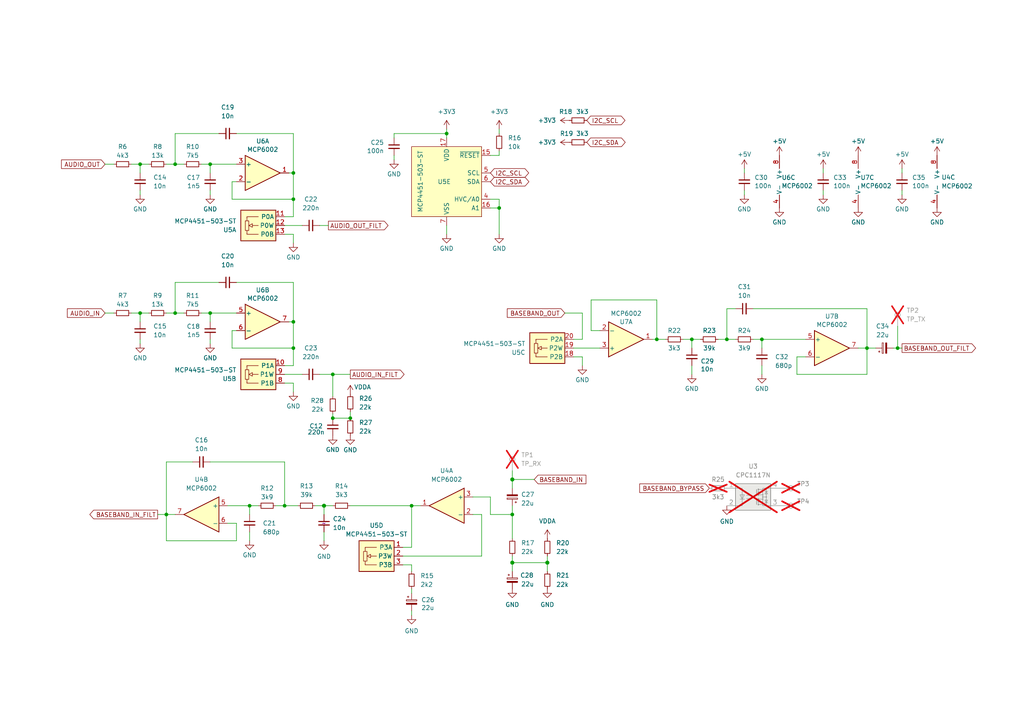
<source format=kicad_sch>
(kicad_sch (version 20231120) (generator "eeschema") (generator_version "8.0")
  (paper "A4")
  (title_block (title "Micro17 - OpenRTX on a Module for ICOM radios") (date "06.03.2024") (rev "A") (company "Wojciech SP5WWP, Mano ON6RF, Mutlu TA1MD et al.") (comment 1 "M17 Project, OpenRTX") (comment 2 "Mano ON6RF") (comment 3 "Mutlu TA1MD"))
  (lib_symbols
    (symbol "Amplifier_Operational:MCP6002-xMC" (pin_names (offset 0.127))
      (property "Reference" "U" (at 0 5.08 0))
      (property "Value" "MCP6002-xMC" (at 0 -5.08 0))
      (symbol "MCP6002-xMC_1_1"
        (pin output line (at 7.62 0 180) (length 2.54) (name "~") (number "1"))
        (pin input line (at -7.62 -2.54 0) (length 2.54) (name "-") (number "2"))
        (pin input line (at -7.62 2.54 0) (length 2.54) (name "+") (number "3"))
      )
      (symbol "MCP6002-xMC_2_1"
        (pin input line (at -7.62 2.54 0) (length 2.54) (name "+") (number "5"))
        (pin input line (at -7.62 -2.54 0) (length 2.54) (name "-") (number "6"))
        (pin output line (at 7.62 0 180) (length 2.54) (name "~") (number "7"))
      )
      (symbol "MCP6002-xMC_3_1"
        (pin power_in line (at -2.54 -7.62 90) (length 3.81) (name "V-") (number "4"))
        (pin power_in line (at -2.54 7.62 270) (length 3.81) (name "V+") (number "8"))
        (pin passive line (at -2.54 -7.62 90) (length 3.81) hide (name "V-") (number "9"))
      )
    )
    (symbol "Connector:TestPoint" (pin_numbers hide) (pin_names (offset 0.762) hide)
      (property "Reference" "TP" (at 0 6.858 0))
      (property "Value" "TestPoint" (at 0 5.08 0))
      (symbol "TestPoint_1_1"
        (pin passive line (at 0 0 90) (length 2.54) (name "1") (number "1"))
      )
    )
    (symbol "Device:C_Polarized_Small" (pin_numbers hide) (pin_names (offset 0.254) hide)
      (property "Reference" "C" (at 0.254 1.778 0))
      (property "Value" "C_Polarized_Small" (at 0.254 -2.032 0))
      (symbol "C_Polarized_Small_1_1"
        (pin passive line (at 0 2.54 270) (length 1.8542) (name "~") (number "1"))
        (pin passive line (at 0 -2.54 90) (length 1.8542) (name "~") (number "2"))
      )
    )
    (symbol "Device:C_Small" (pin_numbers hide) (pin_names (offset 0.254) hide)
      (property "Reference" "C" (at 0.254 1.778 0))
      (property "Value" "C_Small" (at 0.254 -2.032 0))
      (symbol "C_Small_1_1"
        (pin passive line (at 0 2.54 270) (length 2.032) (name "~") (number "1"))
        (pin passive line (at 0 -2.54 90) (length 2.032) (name "~") (number "2"))
      )
    )
    (symbol "Device:R_Small" (pin_numbers hide) (pin_names (offset 0.254) hide)
      (property "Reference" "R" (at 0.762 0.508 0))
      (property "Value" "R_Small" (at 0.762 -1.016 0))
      (symbol "R_Small_1_1"
        (pin passive line (at 0 2.54 270) (length 0.762) (name "~") (number "1"))
        (pin passive line (at 0 -2.54 90) (length 0.762) (name "~") (number "2"))
      )
    )
    (symbol "Potentiometer_Digital:MCP4451-xxxx-ST"
      (property "Reference" "U" (at -8.89 11.43 0))
      (property "Value" "MCP4451-xxxx-ST" (at 10.16 -11.43 0))
      (symbol "MCP4451-xxxx-ST_1_1"
        (pin passive line (at -7.62 -2.54 0) (length 2.54) (name "P0A") (number "11"))
        (pin passive line (at -7.62 0 0) (length 2.54) (name "P0W") (number "12"))
        (pin passive line (at -7.62 2.54 0) (length 2.54) (name "P0B") (number "13"))
      )
      (symbol "MCP4451-xxxx-ST_2_1"
        (pin passive line (at -7.62 -2.54 0) (length 2.54) (name "P1A") (number "10"))
        (pin passive line (at -7.62 2.54 0) (length 2.54) (name "P1B") (number "8"))
        (pin passive line (at -7.62 0 0) (length 2.54) (name "P1W") (number "9"))
      )
      (symbol "MCP4451-xxxx-ST_3_1"
        (pin passive line (at -7.62 2.54 0) (length 2.54) (name "P2B") (number "18"))
        (pin passive line (at -7.62 0 0) (length 2.54) (name "P2W") (number "19"))
        (pin passive line (at -7.62 -2.54 0) (length 2.54) (name "P2A") (number "20"))
      )
      (symbol "MCP4451-xxxx-ST_4_1"
        (pin passive line (at -7.62 -2.54 0) (length 2.54) (name "P3A") (number "1"))
        (pin passive line (at -7.62 0 0) (length 2.54) (name "P3W") (number "2"))
        (pin passive line (at -7.62 2.54 0) (length 2.54) (name "P3B") (number "3"))
      )
      (symbol "MCP4451-xxxx-ST_5_1"
        (pin no_connect line (at -10.16 -2.54 0) (length 2.54) hide (name "NC") (number "14"))
        (pin input line (at -12.7 7.62 0) (length 2.54) (name "~{RESET}") (number "15"))
        (pin input line (at -12.7 -7.62 0) (length 2.54) (name "A1") (number "16"))
        (pin power_in line (at 0 12.7 270) (length 2.54) (name "VDD") (number "17"))
        (pin input line (at -12.7 -5.08 0) (length 2.54) (name "HVC/A0") (number "4"))
        (pin input line (at -12.7 2.54 0) (length 2.54) (name "SCL") (number "5"))
        (pin bidirectional line (at -12.7 0 0) (length 2.54) (name "SDA") (number "6"))
        (pin power_in line (at 0 -12.7 90) (length 2.54) (name "VSS") (number "7"))
      )
    )
    (symbol "Relay_SolidState:CPC1117N"
      (property "Reference" "U" (at -5.08 5.08 0))
      (property "Value" "CPC1117N" (at 0 5.08 0))
      (symbol "CPC1117N_1_1"
        (pin passive line (at -7.62 2.54 0) (length 2.54) (name "~") (number "1"))
        (pin passive line (at -7.62 -2.54 0) (length 2.54) (name "~") (number "2"))
        (pin passive line (at 7.62 -2.54 180) (length 2.54) (name "~") (number "3"))
        (pin passive line (at 7.62 2.54 180) (length 2.54) (name "~") (number "4"))
      )
    )
    (symbol "power:+3V3" (power) (pin_names (offset 0))
      (property "Value" "+3V3" (at 0 3.556 0))
      (symbol "+3V3_1_1"
        (pin power_in line (at 0 0 90) (length 0) hide (name "+3V3") (number "1"))
      )
    )
    (symbol "power:+5V" (power) (pin_names (offset 0))
      (property "Value" "+5V" (at 0 3.556 0))
      (symbol "+5V_1_1"
        (pin power_in line (at 0 0 90) (length 0) hide (name "+5V") (number "1"))
      )
    )
    (symbol "power:GND" (power) (pin_names (offset 0))
      (property "Value" "GND" (at 0 -3.81 0))
      (symbol "GND_1_1"
        (pin power_in line (at 0 0 270) (length 0) hide (name "GND") (number "1"))
      )
    )
    (symbol "power:VDDA" (power) (pin_numbers hide) (pin_names (offset 0) hide)
      (property "Value" "VDDA" (at 0 3.556 0))
      (symbol "VDDA_1_1"
        (pin power_in line (at 0 0 90) (length 0) (name "~") (number "1"))
      )
    )
  )
  (junction (at 101.6 121.285))
  (junction (at 220.98 98.425))
  (junction (at 50.8 47.625))
  (junction (at 40.64 47.625))
  (junction (at 60.96 47.625))
  (junction (at 200.66 98.425))
  (junction (at 85.09 100.965))
  (junction (at 260.35 100.965))
  (junction (at 158.75 163.195) (diameter 1.016))
  (junction (at 85.09 57.785))
  (junction (at 96.52 108.585))
  (junction (at 60.96 90.805))
  (junction (at 251.46 100.965))
  (junction (at 129.54 38.735))
  (junction (at 85.09 93.345))
  (junction (at 144.78 60.325))
  (junction (at 96.52 121.285))
  (junction (at 210.82 98.425))
  (junction (at 148.59 163.195) (diameter 1.016))
  (junction (at 48.26 149.225))
  (junction (at 190.5 98.425))
  (junction (at 82.55 146.685))
  (junction (at 119.38 146.685))
  (junction (at 148.59 139.065) (diameter 1.016))
  (junction (at 93.98 146.685) (diameter 1.016))
  (junction (at 50.8 90.805))
  (junction (at 40.64 90.805))
  (junction (at 148.59 149.225))
  (junction (at 85.09 50.165))
  (junction (at 72.39 146.685))
  (wire (pts (xy 82.55 67.945) (xy 85.09 67.945)))
  (wire (pts (xy 68.58 38.735) (xy 85.09 38.735)))
  (wire (pts (xy 67.31 52.705) (xy 67.31 57.785)))
  (wire (pts (xy 93.98 146.685) (xy 96.52 146.685)))
  (wire (pts (xy 210.82 98.425) (xy 210.82 89.535)))
  (wire (pts (xy 85.09 111.125) (xy 85.09 113.665)))
  (wire (pts (xy 158.75 161.29) (xy 158.75 163.195)))
  (wire (pts (xy 30.48 90.805) (xy 33.02 90.805)))
  (wire (pts (xy 215.9 55.245) (xy 215.9 56.515)))
  (wire (pts (xy 144.78 43.815) (xy 144.78 45.085)))
  (wire (pts (xy 60.96 90.805) (xy 68.58 90.805)))
  (wire (pts (xy 48.26 156.845) (xy 48.26 149.225)))
  (wire (pts (xy 40.64 47.625) (xy 40.64 50.165)))
  (wire (pts (xy 139.7 161.29) (xy 116.84 161.29)))
  (wire (pts (xy 198.12 98.425) (xy 200.66 98.425)))
  (wire (pts (xy 142.24 149.225) (xy 148.59 149.225)))
  (wire (pts (xy 82.55 111.125) (xy 85.09 111.125)))
  (wire (pts (xy 200.66 106.045) (xy 200.66 108.585)))
  (wire (pts (xy 166.37 98.425) (xy 168.91 98.425)))
  (wire (pts (xy 92.71 65.405) (xy 95.25 65.405)))
  (wire (pts (xy 85.09 100.965) (xy 85.09 106.045)))
  (wire (pts (xy 82.55 133.985) (xy 82.55 146.685)))
  (wire (pts (xy 92.71 108.585) (xy 96.52 108.585)))
  (wire (pts (xy 231.14 103.505) (xy 231.14 108.585)))
  (wire (pts (xy 48.26 149.225) (xy 50.8 149.225)))
  (wire (pts (xy 60.96 47.625) (xy 60.96 50.165)))
  (wire (pts (xy 171.45 95.885) (xy 173.99 95.885)))
  (wire (pts (xy 82.55 106.045) (xy 85.09 106.045)))
  (wire (pts (xy 168.91 98.425) (xy 168.91 90.805)))
  (wire (pts (xy 119.38 170.815) (xy 119.38 172.085)))
  (wire (pts (xy 91.44 146.685) (xy 93.98 146.685)))
  (wire (pts (xy 218.44 98.425) (xy 220.98 98.425)))
  (wire (pts (xy 82.55 146.685) (xy 86.36 146.685)))
  (wire (pts (xy 85.09 38.735) (xy 85.09 50.165)))
  (wire (pts (xy 40.64 90.805) (xy 40.64 93.345)))
  (wire (pts (xy 66.04 151.765) (xy 68.58 151.765)))
  (wire (pts (xy 215.9 48.895) (xy 215.9 50.165)))
  (wire (pts (xy 60.96 47.625) (xy 68.58 47.625)))
  (wire (pts (xy 259.08 100.965) (xy 260.35 100.965)))
  (wire (pts (xy 96.52 121.285) (xy 101.6 121.285)))
  (wire (pts (xy 148.59 136.525) (xy 148.59 139.065)))
  (wire (pts (xy 238.76 55.245) (xy 238.76 56.515)))
  (wire (pts (xy 48.26 90.805) (xy 50.8 90.805)))
  (wire (pts (xy 171.45 86.995) (xy 171.45 95.885)))
  (wire (pts (xy 72.39 146.685) (xy 72.39 149.225)))
  (wire (pts (xy 93.98 154.305) (xy 93.98 156.845)))
  (wire (pts (xy 80.01 146.685) (xy 82.55 146.685)))
  (wire (pts (xy 139.7 149.225) (xy 137.16 149.225)))
  (wire (pts (xy 40.64 55.245) (xy 40.64 56.515)))
  (wire (pts (xy 82.55 108.585) (xy 87.63 108.585)))
  (wire (pts (xy 50.8 38.735) (xy 63.5 38.735)))
  (wire (pts (xy 190.5 98.425) (xy 190.5 86.995)))
  (wire (pts (xy 144.78 60.325) (xy 144.78 67.945)))
  (wire (pts (xy 67.31 57.785) (xy 85.09 57.785)))
  (wire (pts (xy 48.26 47.625) (xy 50.8 47.625)))
  (wire (pts (xy 85.09 57.785) (xy 85.09 62.865)))
  (wire (pts (xy 261.62 48.895) (xy 261.62 50.165)))
  (wire (pts (xy 48.26 133.985) (xy 55.88 133.985)))
  (wire (pts (xy 190.5 86.995) (xy 171.45 86.995)))
  (wire (pts (xy 85.09 100.965) (xy 85.09 93.345)))
  (wire (pts (xy 85.09 67.945) (xy 85.09 70.485)))
  (wire (pts (xy 68.58 81.915) (xy 85.09 81.915)))
  (wire (pts (xy 45.72 149.225) (xy 48.26 149.225)))
  (wire (pts (xy 129.54 38.735) (xy 129.54 40.005)))
  (wire (pts (xy 220.98 106.045) (xy 220.98 108.585)))
  (wire (pts (xy 190.5 98.425) (xy 189.23 98.425)))
  (wire (pts (xy 142.24 45.085) (xy 144.78 45.085)))
  (wire (pts (xy 142.24 144.145) (xy 142.24 149.225)))
  (wire (pts (xy 137.16 144.145) (xy 142.24 144.145)))
  (wire (pts (xy 60.96 133.985) (xy 82.55 133.985)))
  (wire (pts (xy 148.59 141.605) (xy 148.59 139.065)))
  (wire (pts (xy 50.8 90.805) (xy 53.34 90.805)))
  (wire (pts (xy 168.91 103.505) (xy 168.91 106.045)))
  (wire (pts (xy 67.31 100.965) (xy 85.09 100.965)))
  (wire (pts (xy 93.98 146.685) (xy 93.98 149.225)))
  (wire (pts (xy 85.09 93.345) (xy 83.82 93.345)))
  (wire (pts (xy 66.04 146.685) (xy 72.39 146.685)))
  (wire (pts (xy 58.42 90.805) (xy 60.96 90.805)))
  (wire (pts (xy 166.37 100.965) (xy 173.99 100.965)))
  (wire (pts (xy 148.59 149.225) (xy 148.59 146.685)))
  (wire (pts (xy 40.64 98.425) (xy 40.64 99.695)))
  (wire (pts (xy 200.66 98.425) (xy 200.66 100.965)))
  (wire (pts (xy 220.98 98.425) (xy 233.68 98.425)))
  (wire (pts (xy 142.24 57.785) (xy 144.78 57.785)))
  (wire (pts (xy 60.96 90.805) (xy 60.96 93.345)))
  (wire (pts (xy 114.3 38.735) (xy 114.3 40.005)))
  (wire (pts (xy 231.14 108.585) (xy 251.46 108.585)))
  (wire (pts (xy 251.46 100.965) (xy 248.92 100.965)))
  (wire (pts (xy 68.58 52.705) (xy 67.31 52.705)))
  (wire (pts (xy 119.38 163.83) (xy 119.38 165.735)))
  (wire (pts (xy 50.8 81.915) (xy 63.5 81.915)))
  (wire (pts (xy 251.46 108.585) (xy 251.46 100.965)))
  (wire (pts (xy 260.35 94.615) (xy 260.35 100.965)))
  (wire (pts (xy 116.84 163.83) (xy 119.38 163.83)))
  (wire (pts (xy 96.52 108.585) (xy 96.52 114.935)))
  (wire (pts (xy 67.31 95.885) (xy 67.31 100.965)))
  (wire (pts (xy 114.3 38.735) (xy 129.54 38.735)))
  (wire (pts (xy 82.55 65.405) (xy 87.63 65.405)))
  (wire (pts (xy 96.52 120.015) (xy 96.52 121.285)))
  (wire (pts (xy 119.38 177.165) (xy 119.38 178.435)))
  (wire (pts (xy 251.46 100.965) (xy 254 100.965)))
  (wire (pts (xy 30.48 47.625) (xy 33.02 47.625)))
  (wire (pts (xy 60.96 55.245) (xy 60.96 56.515)))
  (wire (pts (xy 260.35 100.965) (xy 261.62 100.965)))
  (wire (pts (xy 82.55 62.865) (xy 85.09 62.865)))
  (wire (pts (xy 48.26 149.225) (xy 48.26 133.985)))
  (wire (pts (xy 40.64 47.625) (xy 43.18 47.625)))
  (wire (pts (xy 114.3 45.085) (xy 114.3 46.355)))
  (wire (pts (xy 139.7 149.225) (xy 139.7 161.29)))
  (wire (pts (xy 158.75 163.195) (xy 158.75 165.735)))
  (wire (pts (xy 142.24 60.325) (xy 144.78 60.325)))
  (wire (pts (xy 40.64 90.805) (xy 43.18 90.805)))
  (wire (pts (xy 50.8 47.625) (xy 53.34 47.625)))
  (wire (pts (xy 72.39 154.305) (xy 72.39 156.845)))
  (wire (pts (xy 208.28 98.425) (xy 210.82 98.425)))
  (wire (pts (xy 96.52 108.585) (xy 101.6 108.585)))
  (wire (pts (xy 148.59 149.225) (xy 148.59 156.21)))
  (wire (pts (xy 38.1 90.805) (xy 40.64 90.805)))
  (wire (pts (xy 144.78 37.465) (xy 144.78 38.735)))
  (wire (pts (xy 129.54 65.405) (xy 129.54 67.945)))
  (wire (pts (xy 144.78 57.785) (xy 144.78 60.325)))
  (wire (pts (xy 148.59 139.065) (xy 154.94 139.065)))
  (wire (pts (xy 68.58 151.765) (xy 68.58 156.845)))
  (wire (pts (xy 148.59 163.195) (xy 158.75 163.195)))
  (wire (pts (xy 72.39 146.685) (xy 74.93 146.685)))
  (wire (pts (xy 190.5 98.425) (xy 193.04 98.425)))
  (wire (pts (xy 238.76 48.895) (xy 238.76 50.165)))
  (wire (pts (xy 218.44 89.535) (xy 251.46 89.535)))
  (wire (pts (xy 58.42 47.625) (xy 60.96 47.625)))
  (wire (pts (xy 210.82 89.535) (xy 213.36 89.535)))
  (wire (pts (xy 163.83 90.805) (xy 168.91 90.805)))
  (wire (pts (xy 116.84 158.75) (xy 119.38 158.75)))
  (wire (pts (xy 85.09 50.165) (xy 83.82 50.165)))
  (wire (pts (xy 200.66 98.425) (xy 203.2 98.425)))
  (wire (pts (xy 85.09 81.915) (xy 85.09 93.345)))
  (wire (pts (xy 129.54 37.465) (xy 129.54 38.735)))
  (wire (pts (xy 166.37 103.505) (xy 168.91 103.505)))
  (wire (pts (xy 148.59 161.29) (xy 148.59 163.195)))
  (wire (pts (xy 50.8 38.735) (xy 50.8 47.625)))
  (wire (pts (xy 101.6 119.38) (xy 101.6 121.285)))
  (wire (pts (xy 101.6 146.685) (xy 119.38 146.685)))
  (wire (pts (xy 60.96 98.425) (xy 60.96 99.695)))
  (wire (pts (xy 148.59 163.195) (xy 148.59 165.735)))
  (wire (pts (xy 210.82 98.425) (xy 213.36 98.425)))
  (wire (pts (xy 68.58 95.885) (xy 67.31 95.885)))
  (wire (pts (xy 85.09 57.785) (xy 85.09 50.165)))
  (wire (pts (xy 119.38 146.685) (xy 121.92 146.685)))
  (wire (pts (xy 119.38 146.685) (xy 119.38 158.75)))
  (wire (pts (xy 261.62 55.245) (xy 261.62 56.515)))
  (wire (pts (xy 220.98 98.425) (xy 220.98 100.965)))
  (wire (pts (xy 233.68 103.505) (xy 231.14 103.505)))
  (wire (pts (xy 38.1 47.625) (xy 40.64 47.625)))
  (wire (pts (xy 251.46 89.535) (xy 251.46 100.965)))
  (wire (pts (xy 50.8 81.915) (xy 50.8 90.805)))
  (wire (pts (xy 68.58 156.845) (xy 48.26 156.845)))
  (global_label "I2C_SCL" (shape bidirectional) (at 142.24 50.165 0) (property "Intersheetrefs" "${INTERSHEET_REFS}" (effects (hide yes))))
  (global_label "BASEBAND_BYPASS" (shape input) (at 205.74 141.605 180) (property "Intersheetrefs" "${INTERSHEET_REFS}" (effects (hide yes))))
  (global_label "I2C_SDA" (shape bidirectional) (at 170.18 41.275 0) (property "Intersheetrefs" "${INTERSHEET_REFS}" (effects (hide yes))))
  (global_label "BASEBAND_IN_FILT" (shape output) (at 45.72 149.225 180) (property "Intersheetrefs" "${INTERSHEET_REFS}" (effects (hide yes))))
  (global_label "BASEBAND_IN" (shape input) (at 154.94 139.065 0) (property "Intersheetrefs" "${INTERSHEET_REFS}" (effects (hide yes))))
  (global_label "AUDIO_IN" (shape input) (at 30.48 90.805 180) (property "Intersheetrefs" "${INTERSHEET_REFS}" (effects (hide yes))))
  (global_label "AUDIO_IN_FILT" (shape output) (at 101.6 108.585 0) (property "Intersheetrefs" "${INTERSHEET_REFS}" (effects (hide yes))))
  (global_label "I2C_SCL" (shape bidirectional) (at 170.18 34.925 0) (property "Intersheetrefs" "${INTERSHEET_REFS}" (effects (hide yes))))
  (global_label "BASEBAND_OUT_FILT" (shape output) (at 261.62 100.965 0) (property "Intersheetrefs" "${INTERSHEET_REFS}" (effects (hide yes))))
  (global_label "AUDIO_OUT_FILT" (shape output) (at 95.25 65.405 0) (property "Intersheetrefs" "${INTERSHEET_REFS}" (effects (hide yes))))
  (global_label "AUDIO_OUT" (shape input) (at 30.48 47.625 180) (property "Intersheetrefs" "${INTERSHEET_REFS}" (effects (hide yes))))
  (global_label "I2C_SDA" (shape bidirectional) (at 142.24 52.705 0) (property "Intersheetrefs" "${INTERSHEET_REFS}" (effects (hide yes))))
  (global_label "BASEBAND_OUT" (shape input) (at 163.83 90.805 180) (property "Intersheetrefs" "${INTERSHEET_REFS}" (effects (hide yes))))
  (symbol (lib_id "Amplifier_Operational:MCP6002-xMC") (at 76.2 93.345 0) (unit 2)
    (property "Reference" "U6" (at 76.2 84.1207 0))
    (property "Value" "MCP6002" (at 76.2 86.5449 0))
    (property "Footprint" "Package_DFN_QFN:DFN-8-1EP_3x2mm_P0.5mm_EP1.75x1.45mm" (effects (hide yes)))
    (property "Datasheet" "http://ww1.microchip.com/downloads/en/DeviceDoc/21733j.pdf" (effects (hide yes)))
    (property "MPN" "C623660" (effects (hide yes)))
    (property "LCSC" "C623660" (effects (hide yes)))
  )
  (symbol (lib_id "Amplifier_Operational:MCP6002-xMC") (at 181.61 98.425 0) (mirror x) (unit 1)
    (property "Reference" "U7" (at 181.61 93.345 0))
    (property "Value" "MCP6002" (at 181.61 90.9208 0))
    (property "Footprint" "Package_DFN_QFN:DFN-8-1EP_3x2mm_P0.5mm_EP1.75x1.45mm" (effects (hide yes)))
    (property "Datasheet" "http://ww1.microchip.com/downloads/en/DeviceDoc/21733j.pdf" (effects (hide yes)))
    (property "MPN" "C623660" (effects (hide yes)))
    (property "LCSC" "C623660" (effects (hide yes)))
  )
  (symbol (lib_id "Device:R_Small") (at 119.38 168.275 0) (unit 1)
    (property "Reference" "R15" (at 121.92 167.005 0) (effects (justify left)))
    (property "Value" "2k2" (at 121.92 169.545 0) (effects (justify left)))
    (property "Footprint" "Resistor_SMD:R_0402_1005Metric" (effects (hide yes)))
    (property "MPN" "C102890" (effects (hide yes)))
    (property "LCSC" "C102890" (effects (hide yes)))
  )
  (symbol (lib_id "Device:C_Small") (at 261.62 52.705 0) (unit 1)
    (property "Reference" "C35" (at 264.541 51.4929 0) (effects (justify left)))
    (property "Value" "100n" (at 264.541 53.9171 0) (effects (justify left)))
    (property "Footprint" "Capacitor_SMD:C_0402_1005Metric" (effects (hide yes)))
    (property "MPN" "C56392" (effects (hide yes)))
    (property "LCSC" "C56392" (effects (hide yes)))
  )
  (symbol (lib_id "power:GND") (at 238.76 56.515 0) (unit 1)
    (property "Reference" "#PWR055" (effects (hide yes)))
    (property "Value" "GND" (at 238.76 60.6481 0))
  )
  (symbol (lib_id "Device:C_Polarized_Small") (at 119.38 174.625 0) (unit 1)
    (property "Reference" "C26" (at 122.174 173.99 0) (effects (justify left)))
    (property "Value" "22u" (at 122.174 176.276 0) (effects (justify left)))
    (property "Footprint" "Capacitor_Tantalum_SMD:CP_EIA-3216-18_Kemet-A" (effects (hide yes)))
    (property "MPN" "C118989" (effects (hide yes)))
    (property "LCSC" "C118989" (effects (hide yes)))
  )
  (symbol (lib_id "Amplifier_Operational:MCP6002-xMC") (at 228.6 52.705 0) (unit 3)
    (property "Reference" "U6" (at 226.695 51.4929 0) (effects (justify left)))
    (property "Value" "MCP6002" (at 226.695 53.9171 0) (effects (justify left)))
    (property "Footprint" "Package_DFN_QFN:DFN-8-1EP_3x2mm_P0.5mm_EP1.75x1.45mm" (effects (hide yes)))
    (property "Datasheet" "http://ww1.microchip.com/downloads/en/DeviceDoc/21733j.pdf" (effects (hide yes)))
    (property "MPN" "C623660" (effects (hide yes)))
    (property "LCSC" "C623660" (effects (hide yes)))
  )
  (symbol (lib_id "power:+5V") (at 215.9 48.895 0) (unit 1)
    (property "Reference" "#PWR049" (effects (hide yes)))
    (property "Value" "+5V" (at 215.9 44.7619 0))
  )
  (symbol (lib_id "Device:C_Polarized_Small") (at 148.59 144.145 180) (unit 1)
    (property "Reference" "C27" (at 151.13 143.4211 0) (effects (justify right)))
    (property "Value" "22u" (at 151.13 145.9611 0) (effects (justify right)))
    (property "Footprint" "Capacitor_Tantalum_SMD:CP_EIA-3216-18_Kemet-A" (effects (hide yes)))
    (property "MPN" "C118989" (effects (hide yes)))
    (property "LCSC" "C118989" (effects (hide yes)))
  )
  (symbol (lib_id "Device:R_Small") (at 167.64 34.925 90) (unit 1)
    (property "Reference" "R18" (at 164.084 32.385 90))
    (property "Value" "3k3" (at 168.91 32.385 90))
    (property "Footprint" "Resistor_SMD:R_0402_1005Metric" (effects (hide yes)))
    (property "MPN" "C25890" (effects (hide yes)))
    (property "LCSC" "C25890" (effects (hide yes)))
  )
  (symbol (lib_id "Device:C_Small") (at 66.04 81.915 90) (mirror x) (unit 1)
    (property "Reference" "C20" (at 66.04 74.295 90))
    (property "Value" "10n" (at 66.04 76.835 90))
    (property "Footprint" "Capacitor_SMD:C_0402_1005Metric" (effects (hide yes)))
    (property "MPN" "C60133" (effects (hide yes)))
    (property "LCSC" "C60133" (effects (hide yes)))
  )
  (symbol (lib_id "power:GND") (at 220.98 108.585 0) (unit 1)
    (property "Reference" "#PWR051" (effects (hide yes)))
    (property "Value" "GND" (at 220.98 112.7181 0))
  )
  (symbol (lib_id "Relay_SolidState:CPC1117N") (at 218.44 144.145 0) (unit 1) (in_bom no) (dnp yes)
    (property "Reference" "U3" (at 218.44 135.255 0))
    (property "Value" "CPC1117N" (at 218.44 137.795 0))
    (property "Footprint" "Package_SO:SOP-4_3.8x4.1mm_P2.54mm" (effects (hide yes)))
    (property "Datasheet" "http://www.ixysic.com/home/pdfs.nsf/www/CPC1117N.pdf/$file/CPC1117N.pdf" (effects (hide yes)))
    (property "Description" "Form B, Solid State Relay (Photo MOSFET) 60V, 0.15A, 16Ohm, SO-4" (effects (hide yes)))
  )
  (symbol (lib_id "power:+5V") (at 226.06 45.085 0) (unit 1)
    (property "Reference" "#PWR052" (effects (hide yes)))
    (property "Value" "+5V" (at 226.06 40.9519 0))
  )
  (symbol (lib_id "Device:R_Small") (at 205.74 98.425 90) (unit 1)
    (property "Reference" "R23" (at 205.74 95.885 90))
    (property "Value" "39k" (at 205.74 100.965 90))
    (property "Footprint" "Resistor_SMD:R_0402_1005Metric" (effects (hide yes)))
    (property "MPN" "C25783" (effects (hide yes)))
    (property "LCSC" "C25783" (effects (hide yes)))
  )
  (symbol (lib_id "power:+5V") (at 271.78 45.085 0) (unit 1)
    (property "Reference" "#PWR060" (effects (hide yes)))
    (property "Value" "+5V" (at 271.78 40.9519 0))
  )
  (symbol (lib_id "Device:R_Small") (at 35.56 47.625 90) (unit 1)
    (property "Reference" "R6" (at 35.56 42.545 90))
    (property "Value" "4k3" (at 35.56 45.085 90))
    (property "Footprint" "Resistor_SMD:R_0402_1005Metric" (effects (hide yes)))
    (property "MPN" "C25899" (effects (hide yes)))
    (property "LCSC" "C25899" (effects (hide yes)))
  )
  (symbol (lib_id "power:GND") (at 226.06 60.325 0) (unit 1)
    (property "Reference" "#PWR053" (effects (hide yes)))
    (property "Value" "GND" (at 226.06 64.4581 0))
  )
  (symbol (lib_id "Amplifier_Operational:MCP6002-xMC") (at 251.46 52.705 0) (unit 3)
    (property "Reference" "U7" (at 249.555 51.4929 0) (effects (justify left)))
    (property "Value" "MCP6002" (at 249.555 53.9171 0) (effects (justify left)))
    (property "Footprint" "Package_DFN_QFN:DFN-8-1EP_3x2mm_P0.5mm_EP1.75x1.45mm" (effects (hide yes)))
    (property "Datasheet" "http://ww1.microchip.com/downloads/en/DeviceDoc/21733j.pdf" (effects (hide yes)))
    (property "MPN" "C623660" (effects (hide yes)))
    (property "LCSC" "C623660" (effects (hide yes)))
  )
  (symbol (lib_id "power:+5V") (at 238.76 48.895 0) (unit 1)
    (property "Reference" "#PWR054" (effects (hide yes)))
    (property "Value" "+5V" (at 238.76 44.7619 0))
  )
  (symbol (lib_id "Potentiometer_Digital:MCP4451-xxxx-ST") (at 158.75 100.965 180) (unit 3)
    (property "Reference" "U5" (at 152.4 102.235 0) (effects (justify left)))
    (property "Value" "MCP4451-503-ST" (at 152.4 99.695 0) (effects (justify left)))
    (property "Footprint" "Package_SO:TSSOP-20_4.4x6.5mm_P0.65mm" (effects (hide yes)))
    (property "Datasheet" "https://ww1.microchip.com/downloads/en/DeviceDoc/22267A_MCP4431.pdf" (effects (hide yes)))
    (property "LCSC" "C627257" (effects (hide yes)))
    (property "MPN" "C627257" (effects (hide yes)))
  )
  (symbol (lib_id "Device:C_Small") (at 60.96 95.885 0) (mirror y) (unit 1)
    (property "Reference" "C18" (at 58.039 94.6729 0) (effects (justify left)))
    (property "Value" "1n5" (at 58.039 97.0971 0) (effects (justify left)))
    (property "Footprint" "Capacitor_SMD:C_0402_1005Metric" (effects (hide yes)))
    (property "MPN" "C284989" (effects (hide yes)))
    (property "LCSC" "C284989" (effects (hide yes)))
  )
  (symbol (lib_id "Amplifier_Operational:MCP6002-xMC") (at 76.2 50.165 0) (unit 1)
    (property "Reference" "U6" (at 76.2 40.9407 0))
    (property "Value" "MCP6002" (at 76.2 43.3649 0))
    (property "Footprint" "Package_DFN_QFN:DFN-8-1EP_3x2mm_P0.5mm_EP1.75x1.45mm" (effects (hide yes)))
    (property "Datasheet" "http://ww1.microchip.com/downloads/en/DeviceDoc/21733j.pdf" (effects (hide yes)))
    (property "MPN" "C623660" (effects (hide yes)))
    (property "LCSC" "C623660" (effects (hide yes)))
  )
  (symbol (lib_id "power:+3V3") (at 165.1 34.925 90) (unit 1)
    (property "Reference" "#PWR044" (effects (hide yes)))
    (property "Value" "+3V3" (at 161.29 34.9249 90) (effects (justify left)))
  )
  (symbol (lib_id "power:GND") (at 158.75 170.815 0) (unit 1)
    (property "Reference" "#PWR046" (effects (hide yes)))
    (property "Value" "GND" (at 158.75 175.3776 0))
  )
  (symbol (lib_id "power:GND") (at 148.59 170.815 0) (unit 1)
    (property "Reference" "#PWR043" (effects (hide yes)))
    (property "Value" "GND" (at 148.59 175.3776 0))
  )
  (symbol (lib_id "power:GND") (at 129.54 67.945 0) (unit 1)
    (property "Reference" "#PWR040" (effects (hide yes)))
    (property "Value" "GND" (at 129.54 72.0781 0))
  )
  (symbol (lib_id "Device:C_Small") (at 90.17 108.585 90) (unit 1)
    (property "Reference" "C23" (at 90.17 100.965 90))
    (property "Value" "220n" (at 90.17 103.505 90))
    (property "Footprint" "Capacitor_SMD:C_0402_1005Metric" (effects (hide yes)))
    (property "MPN" "C192432" (effects (hide yes)))
    (property "LCSC" "C192432" (effects (hide yes)))
  )
  (symbol (lib_id "Device:C_Polarized_Small") (at 256.54 100.965 90) (unit 1)
    (property "Reference" "C34" (at 255.9939 94.615 90))
    (property "Value" "22u" (at 255.9939 97.155 90))
    (property "Footprint" "Capacitor_Tantalum_SMD:CP_EIA-3216-18_Kemet-A" (effects (hide yes)))
    (property "LCSC" "C118989" (effects (hide yes)))
    (property "MPN" "C118989" (effects (hide yes)))
  )
  (symbol (lib_id "power:+5V") (at 261.62 48.895 0) (unit 1)
    (property "Reference" "#PWR058" (effects (hide yes)))
    (property "Value" "+5V" (at 261.62 44.7619 0))
  )
  (symbol (lib_id "Device:R_Small") (at 195.58 98.425 90) (unit 1)
    (property "Reference" "R22" (at 195.58 95.885 90))
    (property "Value" "3k3" (at 195.58 100.965 90))
    (property "Footprint" "Resistor_SMD:R_0402_1005Metric" (effects (hide yes)))
    (property "MPN" "C25890" (effects (hide yes)))
    (property "LCSC" "C25890" (effects (hide yes)))
  )
  (symbol (lib_id "power:+3V3") (at 165.1 41.275 90) (unit 1)
    (property "Reference" "#PWR062" (effects (hide yes)))
    (property "Value" "+3V3" (at 161.29 41.2749 90) (effects (justify left)))
  )
  (symbol (lib_id "power:+5V") (at 248.92 45.085 0) (unit 1)
    (property "Reference" "#PWR056" (effects (hide yes)))
    (property "Value" "+5V" (at 248.92 40.9519 0))
  )
  (symbol (lib_id "Device:R_Small") (at 167.64 41.275 90) (unit 1)
    (property "Reference" "R19" (at 164.338 38.735 90))
    (property "Value" "3k3" (at 168.91 38.735 90))
    (property "Footprint" "Resistor_SMD:R_0402_1005Metric" (effects (hide yes)))
    (property "MPN" "C25890" (effects (hide yes)))
    (property "LCSC" "C25890" (effects (hide yes)))
  )
  (symbol (lib_id "Connector:TestPoint") (at 260.35 94.615 0) (unit 1) (in_bom no) (dnp yes)
    (property "Reference" "TP2" (at 262.89 90.043 0) (effects (justify left)))
    (property "Value" "TP_TX" (at 262.89 92.583 0) (effects (justify left)))
    (property "Footprint" "TestPoint:TestPoint_Pad_D1.0mm" (effects (hide yes)))
  )
  (symbol (lib_id "Device:C_Small") (at 220.98 103.505 0) (unit 1)
    (property "Reference" "C32" (at 224.79 103.505 0) (effects (justify left)))
    (property "Value" "680p" (at 224.79 106.045 0) (effects (justify left)))
    (property "Footprint" "Capacitor_SMD:C_0402_1005Metric" (effects (hide yes)))
    (property "MPN" "C1541" (effects (hide yes)))
    (property "LCSC" "C1541" (effects (hide yes)))
  )
  (symbol (lib_id "power:GND") (at 60.96 56.515 0) (unit 1)
    (property "Reference" "#PWR031" (effects (hide yes)))
    (property "Value" "GND" (at 60.96 60.6481 0))
  )
  (symbol (lib_id "Device:C_Small") (at 238.76 52.705 0) (unit 1)
    (property "Reference" "C33" (at 241.681 51.4929 0) (effects (justify left)))
    (property "Value" "100n" (at 241.681 53.9171 0) (effects (justify left)))
    (property "Footprint" "Capacitor_SMD:C_0402_1005Metric" (effects (hide yes)))
    (property "MPN" "C56392" (effects (hide yes)))
    (property "LCSC" "C56392" (effects (hide yes)))
  )
  (symbol (lib_id "Potentiometer_Digital:MCP4451-xxxx-ST") (at 129.54 52.705 0) (mirror y) (unit 5)
    (property "Reference" "U5" (at 130.81 52.705 0) (effects (justify left)))
    (property "Value" "MCP4451-503-ST" (at 121.92 61.595 90) (effects (justify left)))
    (property "Footprint" "Package_SO:TSSOP-20_4.4x6.5mm_P0.65mm" (effects (hide yes)))
    (property "Datasheet" "https://ww1.microchip.com/downloads/en/DeviceDoc/22267A_MCP4431.pdf" (effects (hide yes)))
    (property "LCSC" "C627257" (effects (hide yes)))
    (property "MPN" "C627257" (effects (hide yes)))
  )
  (symbol (lib_id "Amplifier_Operational:MCP6002-xMC") (at 58.42 149.225 0) (mirror y) (unit 2)
    (property "Reference" "U4" (at 58.42 139.065 0))
    (property "Value" "MCP6002" (at 58.42 141.605 0))
    (property "Footprint" "Package_DFN_QFN:DFN-8-1EP_3x2mm_P0.5mm_EP1.75x1.45mm" (effects (hide yes)))
    (property "Datasheet" "http://ww1.microchip.com/downloads/en/DeviceDoc/21733j.pdf" (effects (hide yes)))
    (property "LCSC" "C623660" (effects (hide yes)))
    (property "MPN" "C623660" (effects (hide yes)))
  )
  (symbol (lib_id "Device:C_Small") (at 60.96 52.705 0) (mirror y) (unit 1)
    (property "Reference" "C17" (at 58.039 51.4929 0) (effects (justify left)))
    (property "Value" "1n5" (at 58.039 53.9171 0) (effects (justify left)))
    (property "Footprint" "Capacitor_SMD:C_0402_1005Metric" (effects (hide yes)))
    (property "MPN" "C284989" (effects (hide yes)))
    (property "LCSC" "C284989" (effects (hide yes)))
  )
  (symbol (lib_id "power:GND") (at 72.39 156.845 0) (unit 1)
    (property "Reference" "#PWR033" (effects (hide yes)))
    (property "Value" "GND" (at 72.39 160.9781 0))
  )
  (symbol (lib_id "Device:C_Small") (at 114.3 42.545 0) (mirror y) (unit 1)
    (property "Reference" "C25" (at 111.379 41.3329 0) (effects (justify left)))
    (property "Value" "100n" (at 111.379 43.7571 0) (effects (justify left)))
    (property "Footprint" "Capacitor_SMD:C_0402_1005Metric" (effects (hide yes)))
    (property "MPN" "C56392" (effects (hide yes)))
    (property "LCSC" "C56392" (effects (hide yes)))
  )
  (symbol (lib_id "Device:R_Small") (at 99.06 146.685 90) (unit 1)
    (property "Reference" "R14" (at 99.06 140.97 90))
    (property "Value" "3k3" (at 99.06 143.51 90))
    (property "Footprint" "Resistor_SMD:R_0402_1005Metric" (effects (hide yes)))
    (property "MPN" "C25890" (effects (hide yes)))
    (property "LCSC" "C25890" (effects (hide yes)))
  )
  (symbol (lib_id "Connector:TestPoint") (at 226.06 141.605 270) (unit 1) (in_bom no) (dnp yes)
    (property "Reference" "TP3" (at 231.14 140.3349 90) (effects (justify left)))
    (property "Value" "GP" (effects (hide yes)))
    (property "Footprint" "TestPoint:TestPoint_Pad_D1.0mm" (effects (hide yes)))
  )
  (symbol (lib_id "power:GND") (at 215.9 56.515 0) (unit 1)
    (property "Reference" "#PWR050" (effects (hide yes)))
    (property "Value" "GND" (at 215.9 60.6481 0))
  )
  (symbol (lib_id "Device:R_Small") (at 45.72 47.625 90) (unit 1)
    (property "Reference" "R8" (at 45.72 42.545 90))
    (property "Value" "13k" (at 45.72 45.085 90))
    (property "Footprint" "Resistor_SMD:R_0402_1005Metric" (effects (hide yes)))
    (property "MPN" "C25754" (effects (hide yes)))
    (property "LCSC" "C25754" (effects (hide yes)))
  )
  (symbol (lib_id "Device:R_Small") (at 101.6 116.84 0) (unit 1)
    (property "Reference" "R26" (at 104.14 115.57 0) (effects (justify left)))
    (property "Value" "22k" (at 104.14 118.11 0) (effects (justify left)))
    (property "Footprint" "Resistor_SMD:R_0402_1005Metric" (effects (hide yes)))
    (property "MPN" "C2909337" (effects (hide yes)))
    (property "LCSC" "C2909337" (effects (hide yes)))
  )
  (symbol (lib_id "Connector:TestPoint") (at 148.59 136.525 0) (unit 1) (in_bom no) (dnp yes)
    (property "Reference" "TP1" (at 151.13 131.953 0) (effects (justify left)))
    (property "Value" "TP_RX" (at 151.13 134.493 0) (effects (justify left)))
    (property "Footprint" "TestPoint:TestPoint_Pad_D1.0mm" (effects (hide yes)))
  )
  (symbol (lib_id "Connector:TestPoint") (at 226.06 146.685 270) (unit 1) (in_bom no) (dnp yes)
    (property "Reference" "TP4" (at 231.14 145.4149 90) (effects (justify left)))
    (property "Value" "GP" (effects (hide yes)))
    (property "Footprint" "TestPoint:TestPoint_Pad_D1.0mm" (effects (hide yes)))
  )
  (symbol (lib_id "Device:C_Small") (at 93.98 151.765 0) (unit 1)
    (property "Reference" "C24" (at 96.52 150.5013 0) (effects (justify left)))
    (property "Value" "10n" (at 96.52 153.0413 0) (effects (justify left)))
    (property "Footprint" "Capacitor_SMD:C_0402_1005Metric" (effects (hide yes)))
    (property "Datasheet" "~" (at 93.98 151.765 0) (effects (font (size 1.524 1.524))))
    (property "MPN" "C60133" (effects (hide yes)))
    (property "LCSC" "C60133" (effects (hide yes)))
  )
  (symbol (lib_id "power:GND") (at 85.09 70.485 0) (unit 1)
    (property "Reference" "#PWR034" (effects (hide yes)))
    (property "Value" "GND" (at 85.09 74.6181 0))
  )
  (symbol (lib_id "power:GND") (at 248.92 60.325 0) (unit 1)
    (property "Reference" "#PWR057" (effects (hide yes)))
    (property "Value" "GND" (at 248.92 64.4581 0))
  )
  (symbol (lib_id "Device:R_Small") (at 144.78 41.275 0) (unit 1)
    (property "Reference" "R16" (at 147.32 40.005 0) (effects (justify left)))
    (property "Value" "10k" (at 147.32 42.545 0) (effects (justify left)))
    (property "Footprint" "Resistor_SMD:R_0402_1005Metric" (effects (hide yes)))
    (property "LCSC" "C102749" (effects (hide yes)))
    (property "MPN" "C102749" (effects (hide yes)))
  )
  (symbol (lib_id "power:GND") (at 261.62 56.515 0) (unit 1)
    (property "Reference" "#PWR059" (effects (hide yes)))
    (property "Value" "GND" (at 261.62 60.6481 0))
  )
  (symbol (lib_id "Device:R_Small") (at 101.6 123.825 0) (unit 1)
    (property "Reference" "R27" (at 104.14 122.555 0) (effects (justify left)))
    (property "Value" "22k" (at 104.14 125.095 0) (effects (justify left)))
    (property "Footprint" "Resistor_SMD:R_0402_1005Metric" (effects (hide yes)))
    (property "MPN" "C2909337" (effects (hide yes)))
    (property "LCSC" "C2909337" (effects (hide yes)))
  )
  (symbol (lib_id "Device:C_Small") (at 58.42 133.985 90) (unit 1)
    (property "Reference" "C16" (at 58.4263 127.635 90))
    (property "Value" "10n" (at 58.4263 130.175 90))
    (property "Footprint" "Capacitor_SMD:C_0402_1005Metric" (effects (hide yes)))
    (property "LCSC" "C60133" (effects (hide yes)))
    (property "MPN" "C60133" (effects (hide yes)))
  )
  (symbol (lib_id "Amplifier_Operational:MCP6002-xMC") (at 274.32 52.705 0) (unit 3)
    (property "Reference" "U4" (at 273.05 51.435 0) (effects (justify left)))
    (property "Value" "MCP6002" (at 273.05 53.975 0) (effects (justify left)))
    (property "Footprint" "Package_DFN_QFN:DFN-8-1EP_3x2mm_P0.5mm_EP1.75x1.45mm" (effects (hide yes)))
    (property "Datasheet" "http://ww1.microchip.com/downloads/en/DeviceDoc/21733j.pdf" (effects (hide yes)))
    (property "LCSC" "C623660" (effects (hide yes)))
    (property "MPN" "C623660" (effects (hide yes)))
  )
  (symbol (lib_id "power:VDDA") (at 158.75 156.21 0) (unit 1)
    (property "Reference" "#PWR082" (effects (hide yes)))
    (property "Value" "VDDA" (at 158.75 151.13 0))
    (property "Description" "Power symbol creates a global label with name \"VDDA\"" (effects (hide yes)))
  )
  (symbol (lib_id "power:+3V3") (at 129.54 37.465 0) (unit 1)
    (property "Reference" "#PWR039" (effects (hide yes)))
    (property "Value" "+3V3" (at 129.54 32.385 0))
  )
  (symbol (lib_id "power:GND") (at 114.3 46.355 0) (unit 1)
    (property "Reference" "#PWR037" (effects (hide yes)))
    (property "Value" "GND" (at 114.3 50.4881 0))
  )
  (symbol (lib_id "Potentiometer_Digital:MCP4451-xxxx-ST") (at 109.22 161.29 180) (unit 4)
    (property "Reference" "U5" (at 109.22 152.4 0))
    (property "Value" "MCP4451-503-ST" (at 109.22 154.94 0))
    (property "Footprint" "Package_SO:TSSOP-20_4.4x6.5mm_P0.65mm" (effects (hide yes)))
    (property "Datasheet" "https://ww1.microchip.com/downloads/en/DeviceDoc/22267A_MCP4431.pdf" (effects (hide yes)))
    (property "LCSC" "C627257" (effects (hide yes)))
    (property "MPN" "C627257" (effects (hide yes)))
  )
  (symbol (lib_id "power:GND") (at 200.66 108.585 0) (unit 1)
    (property "Reference" "#PWR048" (effects (hide yes)))
    (property "Value" "GND" (at 200.66 112.7181 0))
  )
  (symbol (lib_id "power:GND") (at 40.64 56.515 0) (unit 1)
    (property "Reference" "#PWR029" (effects (hide yes)))
    (property "Value" "GND" (at 40.64 60.6481 0))
  )
  (symbol (lib_id "Amplifier_Operational:MCP6002-xMC") (at 129.54 146.685 0) (mirror y) (unit 1)
    (property "Reference" "U4" (at 129.54 136.525 0))
    (property "Value" "MCP6002" (at 129.54 139.065 0))
    (property "Footprint" "Package_DFN_QFN:DFN-8-1EP_3x2mm_P0.5mm_EP1.75x1.45mm" (effects (hide yes)))
    (property "Datasheet" "http://ww1.microchip.com/downloads/en/DeviceDoc/21733j.pdf" (effects (hide yes)))
    (property "LCSC" "C623660" (effects (hide yes)))
    (property "MPN" "C623660" (effects (hide yes)))
  )
  (symbol (lib_id "Device:R_Small") (at 158.75 158.75 0) (unit 1)
    (property "Reference" "R20" (at 161.29 157.48 0) (effects (justify left)))
    (property "Value" "22k" (at 161.29 160.02 0) (effects (justify left)))
    (property "Footprint" "Resistor_SMD:R_0402_1005Metric" (effects (hide yes)))
    (property "MPN" "C2909337" (effects (hide yes)))
    (property "LCSC" "C2909337" (effects (hide yes)))
  )
  (symbol (lib_id "power:GND") (at 210.82 146.685 0) (unit 1)
    (property "Reference" "#PWR024" (effects (hide yes)))
    (property "Value" "GND" (at 210.82 151.2476 0))
  )
  (symbol (lib_id "Amplifier_Operational:MCP6002-xMC") (at 241.3 100.965 0) (unit 2)
    (property "Reference" "U7" (at 241.3 91.7407 0))
    (property "Value" "MCP6002" (at 241.3 94.1649 0))
    (property "Footprint" "Package_DFN_QFN:DFN-8-1EP_3x2mm_P0.5mm_EP1.75x1.45mm" (effects (hide yes)))
    (property "Datasheet" "http://ww1.microchip.com/downloads/en/DeviceDoc/21733j.pdf" (effects (hide yes)))
    (property "MPN" "C623660" (effects (hide yes)))
    (property "LCSC" "C623660" (effects (hide yes)))
  )
  (symbol (lib_id "Device:C_Small") (at 90.17 65.405 90) (unit 1)
    (property "Reference" "C22" (at 90.17 57.785 90))
    (property "Value" "220n" (at 90.17 60.325 90))
    (property "Footprint" "Capacitor_SMD:C_0402_1005Metric" (effects (hide yes)))
    (property "MPN" "C192432" (effects (hide yes)))
    (property "LCSC" "C192432" (effects (hide yes)))
  )
  (symbol (lib_id "Device:R_Small") (at 55.88 47.625 90) (unit 1)
    (property "Reference" "R10" (at 55.88 42.545 90))
    (property "Value" "7k5" (at 55.88 45.085 90))
    (property "Footprint" "Resistor_SMD:R_0402_1005Metric" (effects (hide yes)))
    (property "MPN" "C2960875" (effects (hide yes)))
    (property "LCSC" "C2960875" (effects (hide yes)))
  )
  (symbol (lib_id "power:GND") (at 40.64 99.695 0) (unit 1)
    (property "Reference" "#PWR030" (effects (hide yes)))
    (property "Value" "GND" (at 40.64 103.8281 0))
  )
  (symbol (lib_id "Potentiometer_Digital:MCP4451-xxxx-ST") (at 74.93 65.405 180) (unit 1)
    (property "Reference" "U5" (at 68.58 66.675 0) (effects (justify left)))
    (property "Value" "MCP4451-503-ST" (at 68.58 64.135 0) (effects (justify left)))
    (property "Footprint" "Package_SO:TSSOP-20_4.4x6.5mm_P0.65mm" (effects (hide yes)))
    (property "Datasheet" "https://ww1.microchip.com/downloads/en/DeviceDoc/22267A_MCP4431.pdf" (effects (hide yes)))
    (property "LCSC" "C627257" (effects (hide yes)))
    (property "MPN" "C627257" (effects (hide yes)))
  )
  (symbol (lib_id "power:GND") (at 119.38 178.435 0) (unit 1)
    (property "Reference" "#PWR038" (effects (hide yes)))
    (property "Value" "GND" (at 119.38 182.9976 0))
  )
  (symbol (lib_id "Device:R_Small") (at 77.47 146.685 90) (unit 1)
    (property "Reference" "R12" (at 77.47 141.605 90))
    (property "Value" "3k9" (at 77.47 144.145 90))
    (property "Footprint" "Resistor_SMD:R_0402_1005Metric" (effects (hide yes)))
    (property "LCSC" "C3015806" (effects (hide yes)))
    (property "MPN" "C3015806" (effects (hide yes)))
  )
  (symbol (lib_id "Device:R_Small") (at 215.9 98.425 90) (unit 1)
    (property "Reference" "R24" (at 215.9 95.885 90))
    (property "Value" "3k9" (at 215.9 100.965 90))
    (property "Footprint" "Resistor_SMD:R_0603_1608Metric" (effects (hide yes)))
    (property "MPN" "C23018" (effects (hide yes)))
    (property "LCSC" "C23018" (effects (hide yes)))
  )
  (symbol (lib_id "Device:R_Small") (at 148.59 158.75 0) (unit 1)
    (property "Reference" "R17" (at 151.13 157.48 0) (effects (justify left)))
    (property "Value" "22k" (at 151.13 160.02 0) (effects (justify left)))
    (property "Footprint" "Resistor_SMD:R_0402_1005Metric" (effects (hide yes)))
    (property "MPN" "C2909337" (effects (hide yes)))
    (property "LCSC" "C2909337" (effects (hide yes)))
  )
  (symbol (lib_id "Device:C_Small") (at 200.66 103.505 0) (unit 1)
    (property "Reference" "C29" (at 203.2 104.775 0) (effects (justify left)))
    (property "Value" "10n" (at 203.2 107.061 0) (effects (justify left)))
    (property "Footprint" "Capacitor_SMD:C_0402_1005Metric" (effects (hide yes)))
    (property "MPN" "C60133" (effects (hide yes)))
    (property "LCSC" "C60133" (effects (hide yes)))
  )
  (symbol (lib_id "Device:R_Small") (at 88.9 146.685 90) (unit 1)
    (property "Reference" "R13" (at 88.9 140.97 90))
    (property "Value" "39k" (at 88.9 143.51 90))
    (property "Footprint" "Resistor_SMD:R_0402_1005Metric" (effects (hide yes)))
    (property "MPN" "C25783" (effects (hide yes)))
    (property "LCSC" "C25783" (effects (hide yes)))
  )
  (symbol (lib_id "power:GND") (at 144.78 67.945 0) (unit 1)
    (property "Reference" "#PWR042" (effects (hide yes)))
    (property "Value" "GND" (at 144.78 72.0781 0))
  )
  (symbol (lib_id "Device:R_Small") (at 55.88 90.805 90) (unit 1)
    (property "Reference" "R11" (at 55.88 85.725 90))
    (property "Value" "7k5" (at 55.88 88.265 90))
    (property "Footprint" "Resistor_SMD:R_0402_1005Metric" (effects (hide yes)))
    (property "MPN" "C2960875" (effects (hide yes)))
    (property "LCSC" "C2960875" (effects (hide yes)))
  )
  (symbol (lib_id "Device:C_Polarized_Small") (at 148.59 168.275 0) (unit 1)
    (property "Reference" "C28" (at 150.876 166.878 0) (effects (justify left)))
    (property "Value" "22u" (at 151.13 169.418 0) (effects (justify left)))
    (property "Footprint" "Capacitor_Tantalum_SMD:CP_EIA-3216-18_Kemet-A" (effects (hide yes)))
    (property "MPN" "C118989" (effects (hide yes)))
    (property "LCSC" "C118989" (effects (hide yes)))
  )
  (symbol (lib_id "Device:R_Small") (at 96.52 117.475 0) (mirror y) (unit 1)
    (property "Reference" "R28" (at 93.98 116.205 0) (effects (justify left)))
    (property "Value" "22k" (at 93.98 118.745 0) (effects (justify left)))
    (property "Footprint" "Resistor_SMD:R_0402_1005Metric" (effects (hide yes)))
    (property "MPN" "C2909337" (effects (hide yes)))
    (property "LCSC" "C2909337" (effects (hide yes)))
  )
  (symbol (lib_id "Device:C_Small") (at 72.39 151.765 0) (unit 1)
    (property "Reference" "C21" (at 76.2 151.765 0) (effects (justify left)))
    (property "Value" "680p" (at 76.2 154.305 0) (effects (justify left)))
    (property "Footprint" "Capacitor_SMD:C_0402_1005Metric" (effects (hide yes)))
    (property "MPN" "C1541" (effects (hide yes)))
    (property "LCSC" "C1541" (effects (hide yes)))
  )
  (symbol (lib_id "power:GND") (at 85.09 113.665 0) (unit 1)
    (property "Reference" "#PWR035" (effects (hide yes)))
    (property "Value" "GND" (at 85.09 117.7981 0))
  )
  (symbol (lib_id "Device:R_Small") (at 158.75 168.275 0) (unit 1)
    (property "Reference" "R21" (at 161.29 166.878 0) (effects (justify left)))
    (property "Value" "22k" (at 161.29 169.545 0) (effects (justify left)))
    (property "Footprint" "Resistor_SMD:R_0402_1005Metric" (effects (hide yes)))
    (property "MPN" "C2909337" (effects (hide yes)))
    (property "LCSC" "C2909337" (effects (hide yes)))
  )
  (symbol (lib_id "Device:R_Small") (at 45.72 90.805 90) (unit 1)
    (property "Reference" "R9" (at 45.72 85.725 90))
    (property "Value" "13k" (at 45.72 88.265 90))
    (property "Footprint" "Resistor_SMD:R_0402_1005Metric" (effects (hide yes)))
    (property "MPN" "C25754" (effects (hide yes)))
    (property "LCSC" "C25754" (effects (hide yes)))
  )
  (symbol (lib_id "Device:C_Small") (at 215.9 89.535 90) (unit 1)
    (property "Reference" "C31" (at 215.9063 83.185 90))
    (property "Value" "10n" (at 215.9063 85.725 90))
    (property "Footprint" "Capacitor_SMD:C_0402_1005Metric" (effects (hide yes)))
    (property "LCSC" "C60133" (effects (hide yes)))
    (property "MPN" "C60133" (effects (hide yes)))
  )
  (symbol (lib_id "Potentiometer_Digital:MCP4451-xxxx-ST") (at 74.93 108.585 180) (unit 2)
    (property "Reference" "U5" (at 68.58 109.855 0) (effects (justify left)))
    (property "Value" "MCP4451-503-ST" (at 68.58 107.315 0) (effects (justify left)))
    (property "Footprint" "Package_SO:TSSOP-20_4.4x6.5mm_P0.65mm" (effects (hide yes)))
    (property "Datasheet" "https://ww1.microchip.com/downloads/en/DeviceDoc/22267A_MCP4431.pdf" (effects (hide yes)))
    (property "LCSC" "C627257" (effects (hide yes)))
    (property "MPN" "C627257" (effects (hide yes)))
  )
  (symbol (lib_id "power:GND") (at 60.96 99.695 0) (unit 1)
    (property "Reference" "#PWR032" (effects (hide yes)))
    (property "Value" "GND" (at 60.96 103.8281 0))
  )
  (symbol (lib_id "Device:C_Small") (at 40.64 95.885 0) (mirror y) (unit 1)
    (property "Reference" "C15" (at 44.45 94.615 0) (effects (justify right)))
    (property "Value" "10n" (at 44.45 97.155 0) (effects (justify right)))
    (property "Footprint" "Capacitor_SMD:C_0402_1005Metric" (effects (hide yes)))
    (property "MPN" "C60133" (effects (hide yes)))
    (property "LCSC" "C60133" (effects (hide yes)))
  )
  (symbol (lib_id "Device:R_Small") (at 208.28 141.605 90) (unit 1) (in_bom no) (dnp yes)
    (property "Reference" "R25" (at 208.28 139.065 90))
    (property "Value" "3k3" (at 208.28 144.145 90))
    (property "Footprint" "Resistor_SMD:R_0402_1005Metric" (effects (hide yes)))
    (property "LCSC" "C25890" (effects (hide yes)))
  )
  (symbol (lib_id "power:GND") (at 93.98 156.845 0) (unit 1)
    (property "Reference" "#PWR036" (effects (hide yes)))
    (property "Value" "GND" (at 93.98 161.4076 0))
  )
  (symbol (lib_id "power:GND") (at 168.91 106.045 0) (unit 1)
    (property "Reference" "#PWR047" (effects (hide yes)))
    (property "Value" "GND" (at 168.91 110.1781 0))
  )
  (symbol (lib_id "Device:C_Small") (at 66.04 38.735 90) (mirror x) (unit 1)
    (property "Reference" "C19" (at 66.04 31.115 90))
    (property "Value" "10n" (at 66.04 33.655 90))
    (property "Footprint" "Capacitor_SMD:C_0402_1005Metric" (effects (hide yes)))
    (property "MPN" "C60133" (effects (hide yes)))
    (property "LCSC" "C60133" (effects (hide yes)))
  )
  (symbol (lib_id "Device:C_Small") (at 96.52 123.825 0) (mirror y) (unit 1)
    (property "Reference" "C12" (at 91.694 123.571 0))
    (property "Value" "220n" (at 91.694 125.349 0))
    (property "Footprint" "Capacitor_SMD:C_0402_1005Metric" (effects (hide yes)))
    (property "MPN" "C192432" (effects (hide yes)))
    (property "LCSC" "C192432" (effects (hide yes)))
  )
  (symbol (lib_id "power:+3V3") (at 144.78 37.465 0) (unit 1)
    (property "Reference" "#PWR041" (effects (hide yes)))
    (property "Value" "+3V3" (at 144.78 32.385 0))
  )
  (symbol (lib_id "Device:C_Small") (at 40.64 52.705 0) (mirror y) (unit 1)
    (property "Reference" "C14" (at 44.45 51.435 0) (effects (justify right)))
    (property "Value" "10n" (at 44.45 53.975 0) (effects (justify right)))
    (property "Footprint" "Capacitor_SMD:C_0402_1005Metric" (effects (hide yes)))
    (property "MPN" "C60133" (effects (hide yes)))
    (property "LCSC" "C60133" (effects (hide yes)))
  )
  (symbol (lib_id "power:GND") (at 101.6 126.365 0) (unit 1)
    (property "Reference" "#PWR075" (effects (hide yes)))
    (property "Value" "GND" (at 101.6 130.4981 0))
  )
  (symbol (lib_id "Device:R_Small") (at 35.56 90.805 90) (unit 1)
    (property "Reference" "R7" (at 35.56 85.725 90))
    (property "Value" "4k3" (at 35.56 88.265 90))
    (property "Footprint" "Resistor_SMD:R_0402_1005Metric" (effects (hide yes)))
    (property "MPN" "C25899" (effects (hide yes)))
    (property "LCSC" "C25899" (effects (hide yes)))
  )
  (symbol (lib_id "Device:C_Small") (at 215.9 52.705 0) (unit 1)
    (property "Reference" "C30" (at 218.821 51.4929 0) (effects (justify left)))
    (property "Value" "100n" (at 218.821 53.9171 0) (effects (justify left)))
    (property "Footprint" "Capacitor_SMD:C_0402_1005Metric" (effects (hide yes)))
    (property "MPN" "C56392" (effects (hide yes)))
    (property "LCSC" "C56392" (effects (hide yes)))
  )
  (symbol (lib_id "power:VDDA") (at 101.6 114.3 0) (unit 1)
    (property "Reference" "#PWR074" (effects (hide yes)))
    (property "Value" "VDDA" (at 105.156 112.268 0))
    (property "Description" "Power symbol creates a global label with name \"VDDA\"" (effects (hide yes)))
  )
  (symbol (lib_id "power:GND") (at 271.78 60.325 0) (unit 1)
    (property "Reference" "#PWR061" (effects (hide yes)))
    (property "Value" "GND" (at 271.78 64.4581 0))
  )
  (symbol (lib_id "power:GND") (at 96.52 126.365 0) (unit 1)
    (property "Reference" "#PWR076" (effects (hide yes)))
    (property "Value" "GND" (at 98.552 130.429 0) (effects (justify right)))
  )
)
</source>
